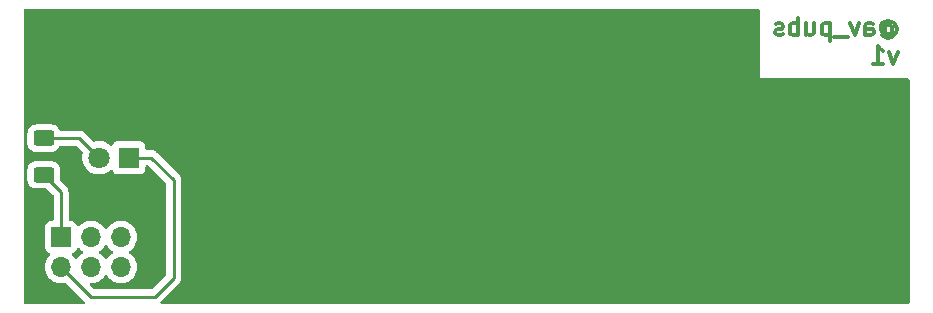
<source format=gbr>
G04 #@! TF.GenerationSoftware,KiCad,Pcbnew,(6.99.0-2452-gdb4f2d9dd8)*
G04 #@! TF.CreationDate,2022-08-02T15:52:04-05:00*
G04 #@! TF.ProjectId,IG,49472e6b-6963-4616-945f-706362585858,rev?*
G04 #@! TF.SameCoordinates,Original*
G04 #@! TF.FileFunction,Copper,L2,Bot*
G04 #@! TF.FilePolarity,Positive*
%FSLAX46Y46*%
G04 Gerber Fmt 4.6, Leading zero omitted, Abs format (unit mm)*
G04 Created by KiCad (PCBNEW (6.99.0-2452-gdb4f2d9dd8)) date 2022-08-02 15:52:04*
%MOMM*%
%LPD*%
G01*
G04 APERTURE LIST*
G04 Aperture macros list*
%AMRoundRect*
0 Rectangle with rounded corners*
0 $1 Rounding radius*
0 $2 $3 $4 $5 $6 $7 $8 $9 X,Y pos of 4 corners*
0 Add a 4 corners polygon primitive as box body*
4,1,4,$2,$3,$4,$5,$6,$7,$8,$9,$2,$3,0*
0 Add four circle primitives for the rounded corners*
1,1,$1+$1,$2,$3*
1,1,$1+$1,$4,$5*
1,1,$1+$1,$6,$7*
1,1,$1+$1,$8,$9*
0 Add four rect primitives between the rounded corners*
20,1,$1+$1,$2,$3,$4,$5,0*
20,1,$1+$1,$4,$5,$6,$7,0*
20,1,$1+$1,$6,$7,$8,$9,0*
20,1,$1+$1,$8,$9,$2,$3,0*%
G04 Aperture macros list end*
%ADD10C,0.300000*%
G04 #@! TA.AperFunction,NonConductor*
%ADD11C,0.300000*%
G04 #@! TD*
G04 #@! TA.AperFunction,ComponentPad*
%ADD12R,1.800000X1.800000*%
G04 #@! TD*
G04 #@! TA.AperFunction,ComponentPad*
%ADD13C,1.800000*%
G04 #@! TD*
G04 #@! TA.AperFunction,ComponentPad*
%ADD14R,1.700000X1.700000*%
G04 #@! TD*
G04 #@! TA.AperFunction,ComponentPad*
%ADD15O,1.700000X1.700000*%
G04 #@! TD*
G04 #@! TA.AperFunction,SMDPad,CuDef*
%ADD16RoundRect,0.250000X-0.625000X0.400000X-0.625000X-0.400000X0.625000X-0.400000X0.625000X0.400000X0*%
G04 #@! TD*
G04 #@! TA.AperFunction,Conductor*
%ADD17C,0.250000*%
G04 #@! TD*
G04 APERTURE END LIST*
D10*
D11*
X172914285Y-51529285D02*
X172985714Y-51457857D01*
X172985714Y-51457857D02*
X173128571Y-51386428D01*
X173128571Y-51386428D02*
X173271428Y-51386428D01*
X173271428Y-51386428D02*
X173414285Y-51457857D01*
X173414285Y-51457857D02*
X173485714Y-51529285D01*
X173485714Y-51529285D02*
X173557142Y-51672142D01*
X173557142Y-51672142D02*
X173557142Y-51815000D01*
X173557142Y-51815000D02*
X173485714Y-51957857D01*
X173485714Y-51957857D02*
X173414285Y-52029285D01*
X173414285Y-52029285D02*
X173271428Y-52100714D01*
X173271428Y-52100714D02*
X173128571Y-52100714D01*
X173128571Y-52100714D02*
X172985714Y-52029285D01*
X172985714Y-52029285D02*
X172914285Y-51957857D01*
X172914285Y-51386428D02*
X172914285Y-51957857D01*
X172914285Y-51957857D02*
X172842857Y-52029285D01*
X172842857Y-52029285D02*
X172771428Y-52029285D01*
X172771428Y-52029285D02*
X172628571Y-51957857D01*
X172628571Y-51957857D02*
X172557142Y-51815000D01*
X172557142Y-51815000D02*
X172557142Y-51457857D01*
X172557142Y-51457857D02*
X172700000Y-51243571D01*
X172700000Y-51243571D02*
X172914285Y-51100714D01*
X172914285Y-51100714D02*
X173200000Y-51029285D01*
X173200000Y-51029285D02*
X173485714Y-51100714D01*
X173485714Y-51100714D02*
X173700000Y-51243571D01*
X173700000Y-51243571D02*
X173842857Y-51457857D01*
X173842857Y-51457857D02*
X173914285Y-51743571D01*
X173914285Y-51743571D02*
X173842857Y-52029285D01*
X173842857Y-52029285D02*
X173700000Y-52243571D01*
X173700000Y-52243571D02*
X173485714Y-52386428D01*
X173485714Y-52386428D02*
X173200000Y-52457857D01*
X173200000Y-52457857D02*
X172914285Y-52386428D01*
X172914285Y-52386428D02*
X172700000Y-52243571D01*
X171271429Y-52243571D02*
X171271429Y-51457857D01*
X171271429Y-51457857D02*
X171342857Y-51315000D01*
X171342857Y-51315000D02*
X171485714Y-51243571D01*
X171485714Y-51243571D02*
X171771429Y-51243571D01*
X171771429Y-51243571D02*
X171914286Y-51315000D01*
X171271429Y-52172142D02*
X171414286Y-52243571D01*
X171414286Y-52243571D02*
X171771429Y-52243571D01*
X171771429Y-52243571D02*
X171914286Y-52172142D01*
X171914286Y-52172142D02*
X171985714Y-52029285D01*
X171985714Y-52029285D02*
X171985714Y-51886428D01*
X171985714Y-51886428D02*
X171914286Y-51743571D01*
X171914286Y-51743571D02*
X171771429Y-51672142D01*
X171771429Y-51672142D02*
X171414286Y-51672142D01*
X171414286Y-51672142D02*
X171271429Y-51600714D01*
X170700000Y-51243571D02*
X170342857Y-52243571D01*
X170342857Y-52243571D02*
X169985714Y-51243571D01*
X169771429Y-52386428D02*
X168628571Y-52386428D01*
X168271429Y-51243571D02*
X168271429Y-52743571D01*
X168271429Y-51315000D02*
X168128572Y-51243571D01*
X168128572Y-51243571D02*
X167842857Y-51243571D01*
X167842857Y-51243571D02*
X167700000Y-51315000D01*
X167700000Y-51315000D02*
X167628572Y-51386428D01*
X167628572Y-51386428D02*
X167557143Y-51529285D01*
X167557143Y-51529285D02*
X167557143Y-51957857D01*
X167557143Y-51957857D02*
X167628572Y-52100714D01*
X167628572Y-52100714D02*
X167700000Y-52172142D01*
X167700000Y-52172142D02*
X167842857Y-52243571D01*
X167842857Y-52243571D02*
X168128572Y-52243571D01*
X168128572Y-52243571D02*
X168271429Y-52172142D01*
X166271429Y-51243571D02*
X166271429Y-52243571D01*
X166914286Y-51243571D02*
X166914286Y-52029285D01*
X166914286Y-52029285D02*
X166842857Y-52172142D01*
X166842857Y-52172142D02*
X166700000Y-52243571D01*
X166700000Y-52243571D02*
X166485714Y-52243571D01*
X166485714Y-52243571D02*
X166342857Y-52172142D01*
X166342857Y-52172142D02*
X166271429Y-52100714D01*
X165557143Y-52243571D02*
X165557143Y-50743571D01*
X165557143Y-51315000D02*
X165414286Y-51243571D01*
X165414286Y-51243571D02*
X165128571Y-51243571D01*
X165128571Y-51243571D02*
X164985714Y-51315000D01*
X164985714Y-51315000D02*
X164914286Y-51386428D01*
X164914286Y-51386428D02*
X164842857Y-51529285D01*
X164842857Y-51529285D02*
X164842857Y-51957857D01*
X164842857Y-51957857D02*
X164914286Y-52100714D01*
X164914286Y-52100714D02*
X164985714Y-52172142D01*
X164985714Y-52172142D02*
X165128571Y-52243571D01*
X165128571Y-52243571D02*
X165414286Y-52243571D01*
X165414286Y-52243571D02*
X165557143Y-52172142D01*
X164271428Y-52172142D02*
X164128571Y-52243571D01*
X164128571Y-52243571D02*
X163842857Y-52243571D01*
X163842857Y-52243571D02*
X163700000Y-52172142D01*
X163700000Y-52172142D02*
X163628571Y-52029285D01*
X163628571Y-52029285D02*
X163628571Y-51957857D01*
X163628571Y-51957857D02*
X163700000Y-51815000D01*
X163700000Y-51815000D02*
X163842857Y-51743571D01*
X163842857Y-51743571D02*
X164057143Y-51743571D01*
X164057143Y-51743571D02*
X164200000Y-51672142D01*
X164200000Y-51672142D02*
X164271428Y-51529285D01*
X164271428Y-51529285D02*
X164271428Y-51457857D01*
X164271428Y-51457857D02*
X164200000Y-51315000D01*
X164200000Y-51315000D02*
X164057143Y-51243571D01*
X164057143Y-51243571D02*
X163842857Y-51243571D01*
X163842857Y-51243571D02*
X163700000Y-51315000D01*
X173985714Y-53673571D02*
X173628571Y-54673571D01*
X173628571Y-54673571D02*
X173271428Y-53673571D01*
X171914285Y-54673571D02*
X172771428Y-54673571D01*
X172342857Y-54673571D02*
X172342857Y-53173571D01*
X172342857Y-53173571D02*
X172485714Y-53387857D01*
X172485714Y-53387857D02*
X172628571Y-53530714D01*
X172628571Y-53530714D02*
X172771428Y-53602142D01*
D12*
X108899999Y-62599999D03*
D13*
X106360000Y-62600000D03*
D14*
X103159999Y-69329999D03*
D15*
X103159999Y-71869999D03*
X105699999Y-69329999D03*
X105699999Y-71869999D03*
X108239999Y-69329999D03*
X108239999Y-71869999D03*
D16*
X101700000Y-60950000D03*
X101700000Y-64050000D03*
D17*
X112700000Y-72800000D02*
X111100000Y-74400000D01*
X111100000Y-74400000D02*
X105690000Y-74400000D01*
X110800000Y-62600000D02*
X112700000Y-64500000D01*
X108900000Y-62600000D02*
X110800000Y-62600000D01*
X112700000Y-64500000D02*
X112700000Y-72800000D01*
X105690000Y-74400000D02*
X103160000Y-71870000D01*
X104710000Y-60950000D02*
X106360000Y-62600000D01*
X101700000Y-60950000D02*
X104710000Y-60950000D01*
X103160000Y-69330000D02*
X103160000Y-65510000D01*
X103160000Y-65510000D02*
X101700000Y-64050000D01*
G04 #@! TA.AperFunction,NonConductor*
G36*
X104683439Y-70241388D02*
G01*
X104715755Y-70266638D01*
X104736526Y-70289201D01*
X104776760Y-70332906D01*
X104954424Y-70471189D01*
X104959005Y-70473668D01*
X104987680Y-70489186D01*
X105038071Y-70539199D01*
X105053423Y-70608516D01*
X105028863Y-70675129D01*
X104987681Y-70710813D01*
X104954424Y-70728811D01*
X104950313Y-70732010D01*
X104950311Y-70732012D01*
X104795861Y-70852227D01*
X104776760Y-70867094D01*
X104773228Y-70870931D01*
X104627806Y-71028899D01*
X104627803Y-71028903D01*
X104624278Y-71032732D01*
X104621427Y-71037096D01*
X104535483Y-71168643D01*
X104481479Y-71214732D01*
X104411132Y-71224307D01*
X104346774Y-71194330D01*
X104324517Y-71168643D01*
X104238573Y-71037096D01*
X104235722Y-71032732D01*
X104232197Y-71028903D01*
X104232194Y-71028899D01*
X104092525Y-70877180D01*
X104061104Y-70813515D01*
X104069091Y-70742969D01*
X104113949Y-70687940D01*
X104141191Y-70673787D01*
X104256204Y-70630889D01*
X104268536Y-70621658D01*
X104366050Y-70548659D01*
X104373261Y-70543261D01*
X104460889Y-70426204D01*
X104504998Y-70307944D01*
X104547545Y-70251108D01*
X104614065Y-70226297D01*
X104683439Y-70241388D01*
G37*
G04 #@! TD.AperFunction*
G04 #@! TA.AperFunction,NonConductor*
G36*
X107053226Y-70005670D02*
G01*
X107075483Y-70031357D01*
X107164278Y-70167268D01*
X107167803Y-70171097D01*
X107167806Y-70171101D01*
X107232511Y-70241388D01*
X107316760Y-70332906D01*
X107494424Y-70471189D01*
X107499005Y-70473668D01*
X107527680Y-70489186D01*
X107578071Y-70539199D01*
X107593423Y-70608516D01*
X107568863Y-70675129D01*
X107527681Y-70710813D01*
X107494424Y-70728811D01*
X107490313Y-70732010D01*
X107490311Y-70732012D01*
X107335861Y-70852227D01*
X107316760Y-70867094D01*
X107313228Y-70870931D01*
X107167806Y-71028899D01*
X107167803Y-71028903D01*
X107164278Y-71032732D01*
X107161427Y-71037096D01*
X107075483Y-71168643D01*
X107021479Y-71214732D01*
X106951132Y-71224307D01*
X106886774Y-71194330D01*
X106864517Y-71168643D01*
X106778573Y-71037096D01*
X106775722Y-71032732D01*
X106772197Y-71028903D01*
X106772194Y-71028899D01*
X106626772Y-70870931D01*
X106623240Y-70867094D01*
X106604139Y-70852227D01*
X106449689Y-70732012D01*
X106449687Y-70732010D01*
X106445576Y-70728811D01*
X106412320Y-70710814D01*
X106361929Y-70660801D01*
X106346577Y-70591484D01*
X106371137Y-70524871D01*
X106412320Y-70489186D01*
X106440995Y-70473668D01*
X106445576Y-70471189D01*
X106623240Y-70332906D01*
X106707489Y-70241388D01*
X106772194Y-70171101D01*
X106772197Y-70171097D01*
X106775722Y-70167268D01*
X106864517Y-70031357D01*
X106918521Y-69985268D01*
X106988868Y-69975693D01*
X107053226Y-70005670D01*
G37*
G04 #@! TD.AperFunction*
G04 #@! TA.AperFunction,NonConductor*
G36*
X162251478Y-50020502D02*
G01*
X162297971Y-50074158D01*
X162309357Y-50126500D01*
X162309357Y-55883500D01*
X174873500Y-55883500D01*
X174941621Y-55903502D01*
X174988114Y-55957158D01*
X174999500Y-56009500D01*
X174999500Y-74873500D01*
X174979498Y-74941621D01*
X174925842Y-74988114D01*
X174873500Y-74999500D01*
X111700594Y-74999500D01*
X111632473Y-74979498D01*
X111585980Y-74925842D01*
X111575876Y-74855568D01*
X111605370Y-74790988D01*
X111611499Y-74784405D01*
X113092247Y-73303657D01*
X113100537Y-73296113D01*
X113107018Y-73292000D01*
X113153659Y-73242332D01*
X113156413Y-73239491D01*
X113176135Y-73219769D01*
X113178619Y-73216567D01*
X113186317Y-73207555D01*
X113211161Y-73181098D01*
X113216586Y-73175321D01*
X113226347Y-73157566D01*
X113237198Y-73141047D01*
X113249614Y-73125041D01*
X113267174Y-73084463D01*
X113272391Y-73073813D01*
X113293695Y-73035060D01*
X113298733Y-73015437D01*
X113305137Y-72996734D01*
X113310033Y-72985420D01*
X113310033Y-72985419D01*
X113313181Y-72978145D01*
X113314420Y-72970322D01*
X113314423Y-72970312D01*
X113320099Y-72934476D01*
X113322505Y-72922856D01*
X113331528Y-72887711D01*
X113331528Y-72887710D01*
X113333500Y-72880030D01*
X113333500Y-72859776D01*
X113335051Y-72840065D01*
X113336980Y-72827886D01*
X113338220Y-72820057D01*
X113334059Y-72776038D01*
X113333500Y-72764181D01*
X113333500Y-64578768D01*
X113334027Y-64567585D01*
X113335702Y-64560092D01*
X113333562Y-64492001D01*
X113333500Y-64488044D01*
X113333500Y-64460144D01*
X113332996Y-64456153D01*
X113332063Y-64444311D01*
X113330923Y-64408036D01*
X113330674Y-64400111D01*
X113328462Y-64392497D01*
X113328461Y-64392492D01*
X113325023Y-64380659D01*
X113321012Y-64361295D01*
X113319467Y-64349064D01*
X113318474Y-64341203D01*
X113315557Y-64333836D01*
X113315556Y-64333831D01*
X113302198Y-64300092D01*
X113298354Y-64288865D01*
X113288230Y-64254022D01*
X113286018Y-64246407D01*
X113275707Y-64228972D01*
X113267012Y-64211224D01*
X113259552Y-64192383D01*
X113233564Y-64156613D01*
X113227048Y-64146693D01*
X113208580Y-64115465D01*
X113208578Y-64115462D01*
X113204542Y-64108638D01*
X113190221Y-64094317D01*
X113177380Y-64079283D01*
X113170131Y-64069306D01*
X113165472Y-64062893D01*
X113131395Y-64034702D01*
X113122616Y-64026712D01*
X111303652Y-62207747D01*
X111296112Y-62199461D01*
X111292000Y-62192982D01*
X111242348Y-62146356D01*
X111239507Y-62143602D01*
X111219770Y-62123865D01*
X111216573Y-62121385D01*
X111207551Y-62113680D01*
X111198180Y-62104880D01*
X111175321Y-62083414D01*
X111168375Y-62079595D01*
X111168372Y-62079593D01*
X111157566Y-62073652D01*
X111141047Y-62062801D01*
X111140583Y-62062441D01*
X111125041Y-62050386D01*
X111117772Y-62047241D01*
X111117768Y-62047238D01*
X111084463Y-62032826D01*
X111073813Y-62027609D01*
X111035060Y-62006305D01*
X111015437Y-62001267D01*
X110996734Y-61994863D01*
X110985420Y-61989967D01*
X110985419Y-61989967D01*
X110978145Y-61986819D01*
X110970322Y-61985580D01*
X110970312Y-61985577D01*
X110934476Y-61979901D01*
X110922856Y-61977495D01*
X110887711Y-61968472D01*
X110887710Y-61968472D01*
X110880030Y-61966500D01*
X110859776Y-61966500D01*
X110840065Y-61964949D01*
X110827886Y-61963020D01*
X110820057Y-61961780D01*
X110812165Y-61962526D01*
X110776039Y-61965941D01*
X110764181Y-61966500D01*
X110434500Y-61966500D01*
X110366379Y-61946498D01*
X110319886Y-61892842D01*
X110308500Y-61840500D01*
X110308500Y-61651362D01*
X110301989Y-61590799D01*
X110250889Y-61453796D01*
X110163261Y-61336739D01*
X110119554Y-61304020D01*
X110053418Y-61254511D01*
X110053416Y-61254510D01*
X110046204Y-61249111D01*
X109909201Y-61198011D01*
X109872295Y-61194043D01*
X109851988Y-61191860D01*
X109851985Y-61191860D01*
X109848638Y-61191500D01*
X107951362Y-61191500D01*
X107948015Y-61191860D01*
X107948012Y-61191860D01*
X107927705Y-61194043D01*
X107890799Y-61198011D01*
X107753796Y-61249111D01*
X107746584Y-61254510D01*
X107746582Y-61254511D01*
X107680446Y-61304020D01*
X107636739Y-61336739D01*
X107549111Y-61453796D01*
X107545963Y-61462237D01*
X107545961Y-61462241D01*
X107525638Y-61516726D01*
X107483091Y-61573561D01*
X107416571Y-61598371D01*
X107347197Y-61583279D01*
X107322248Y-61565395D01*
X107320747Y-61564014D01*
X107317220Y-61560182D01*
X107133017Y-61416810D01*
X106998383Y-61343950D01*
X106932312Y-61308194D01*
X106932309Y-61308193D01*
X106927727Y-61305713D01*
X106706951Y-61229920D01*
X106701817Y-61229063D01*
X106701812Y-61229062D01*
X106481849Y-61192357D01*
X106481846Y-61192357D01*
X106476712Y-61191500D01*
X106243288Y-61191500D01*
X106238154Y-61192357D01*
X106238151Y-61192357D01*
X106018188Y-61229062D01*
X106018183Y-61229063D01*
X106013049Y-61229920D01*
X105992731Y-61236895D01*
X105921808Y-61240097D01*
X105862723Y-61206818D01*
X105213652Y-60557747D01*
X105206112Y-60549461D01*
X105202000Y-60542982D01*
X105152348Y-60496356D01*
X105149507Y-60493602D01*
X105129770Y-60473865D01*
X105126573Y-60471385D01*
X105117551Y-60463680D01*
X105091100Y-60438841D01*
X105085321Y-60433414D01*
X105078375Y-60429595D01*
X105078372Y-60429593D01*
X105067566Y-60423652D01*
X105051047Y-60412801D01*
X105050583Y-60412441D01*
X105035041Y-60400386D01*
X105027772Y-60397241D01*
X105027768Y-60397238D01*
X104994463Y-60382826D01*
X104983813Y-60377609D01*
X104945060Y-60356305D01*
X104925437Y-60351267D01*
X104906734Y-60344863D01*
X104895420Y-60339967D01*
X104895419Y-60339967D01*
X104888145Y-60336819D01*
X104880322Y-60335580D01*
X104880312Y-60335577D01*
X104844476Y-60329901D01*
X104832856Y-60327495D01*
X104797711Y-60318472D01*
X104797710Y-60318472D01*
X104790030Y-60316500D01*
X104769776Y-60316500D01*
X104750065Y-60314949D01*
X104737886Y-60313020D01*
X104730057Y-60311780D01*
X104722165Y-60312526D01*
X104686039Y-60315941D01*
X104674181Y-60316500D01*
X103137671Y-60316500D01*
X103069550Y-60296498D01*
X103023057Y-60242842D01*
X103021012Y-60237635D01*
X103019422Y-60234225D01*
X103017115Y-60227262D01*
X102924030Y-60076348D01*
X102798652Y-59950970D01*
X102647738Y-59857885D01*
X102584193Y-59836829D01*
X102485952Y-59804275D01*
X102485948Y-59804274D01*
X102479426Y-59802113D01*
X102472592Y-59801415D01*
X102472588Y-59801414D01*
X102378729Y-59791825D01*
X102378723Y-59791825D01*
X102375545Y-59791500D01*
X101700106Y-59791500D01*
X101024456Y-59791501D01*
X101021279Y-59791826D01*
X101021270Y-59791826D01*
X100972533Y-59796805D01*
X100920574Y-59802113D01*
X100752262Y-59857885D01*
X100601348Y-59950970D01*
X100475970Y-60076348D01*
X100382885Y-60227262D01*
X100361829Y-60290807D01*
X100332119Y-60380467D01*
X100327113Y-60395574D01*
X100326415Y-60402408D01*
X100326414Y-60402412D01*
X100316825Y-60496271D01*
X100316500Y-60499455D01*
X100316501Y-61400544D01*
X100316826Y-61403721D01*
X100316826Y-61403730D01*
X100321204Y-61446582D01*
X100327113Y-61504426D01*
X100382885Y-61672738D01*
X100475970Y-61823652D01*
X100601348Y-61949030D01*
X100607595Y-61952883D01*
X100607596Y-61952884D01*
X100628765Y-61965941D01*
X100752262Y-62042115D01*
X100814689Y-62062801D01*
X100914048Y-62095725D01*
X100914052Y-62095726D01*
X100920574Y-62097887D01*
X100927408Y-62098585D01*
X100927412Y-62098586D01*
X101021271Y-62108175D01*
X101021277Y-62108175D01*
X101024455Y-62108500D01*
X101699894Y-62108500D01*
X102375544Y-62108499D01*
X102378721Y-62108174D01*
X102378730Y-62108174D01*
X102427467Y-62103195D01*
X102479426Y-62097887D01*
X102647738Y-62042115D01*
X102771235Y-61965941D01*
X102792404Y-61952884D01*
X102792405Y-61952883D01*
X102798652Y-61949030D01*
X102924030Y-61823652D01*
X103017115Y-61672738D01*
X103019423Y-61665774D01*
X103022525Y-61659121D01*
X103024779Y-61660172D01*
X103058480Y-61611496D01*
X103124036Y-61584240D01*
X103137671Y-61583500D01*
X104395406Y-61583500D01*
X104463527Y-61603502D01*
X104484501Y-61620405D01*
X104968976Y-62104880D01*
X105003002Y-62167192D01*
X105002026Y-62224906D01*
X104965949Y-62367374D01*
X104946673Y-62600000D01*
X104965949Y-62832626D01*
X104967230Y-62837684D01*
X104967230Y-62837685D01*
X104997085Y-62955578D01*
X105023251Y-63058907D01*
X105025343Y-63063677D01*
X105025344Y-63063679D01*
X105114921Y-63267893D01*
X105117016Y-63272669D01*
X105119866Y-63277031D01*
X105119868Y-63277035D01*
X105152683Y-63327262D01*
X105244686Y-63468083D01*
X105248211Y-63471912D01*
X105248214Y-63471916D01*
X105269993Y-63495574D01*
X105402780Y-63639818D01*
X105406891Y-63643018D01*
X105406898Y-63643024D01*
X105548732Y-63753418D01*
X105586983Y-63783190D01*
X105591564Y-63785669D01*
X105734942Y-63863261D01*
X105792273Y-63894287D01*
X106013049Y-63970080D01*
X106018183Y-63970937D01*
X106018188Y-63970938D01*
X106238151Y-64007643D01*
X106238154Y-64007643D01*
X106243288Y-64008500D01*
X106476712Y-64008500D01*
X106481846Y-64007643D01*
X106481849Y-64007643D01*
X106701812Y-63970938D01*
X106701817Y-63970937D01*
X106706951Y-63970080D01*
X106927727Y-63894287D01*
X106985059Y-63863261D01*
X107128436Y-63785669D01*
X107133017Y-63783190D01*
X107317220Y-63639818D01*
X107320747Y-63635986D01*
X107322248Y-63634605D01*
X107385914Y-63603185D01*
X107456459Y-63611174D01*
X107511487Y-63656034D01*
X107525638Y-63683274D01*
X107545961Y-63737759D01*
X107549111Y-63746204D01*
X107636739Y-63863261D01*
X107753796Y-63950889D01*
X107890799Y-64001989D01*
X107927705Y-64005957D01*
X107948012Y-64008140D01*
X107948015Y-64008140D01*
X107951362Y-64008500D01*
X109848638Y-64008500D01*
X109851985Y-64008140D01*
X109851988Y-64008140D01*
X109872295Y-64005957D01*
X109909201Y-64001989D01*
X110046204Y-63950889D01*
X110163261Y-63863261D01*
X110250889Y-63746204D01*
X110301989Y-63609201D01*
X110308500Y-63548638D01*
X110308500Y-63359500D01*
X110328502Y-63291379D01*
X110382158Y-63244886D01*
X110434500Y-63233500D01*
X110485406Y-63233500D01*
X110553527Y-63253502D01*
X110574501Y-63270405D01*
X112029595Y-64725500D01*
X112063621Y-64787812D01*
X112066500Y-64814595D01*
X112066500Y-72485406D01*
X112046498Y-72553527D01*
X112029595Y-72574501D01*
X110874500Y-73729595D01*
X110812188Y-73763621D01*
X110785405Y-73766500D01*
X106004595Y-73766500D01*
X105936474Y-73746498D01*
X105915500Y-73729595D01*
X105629500Y-73443595D01*
X105595474Y-73381283D01*
X105600539Y-73310468D01*
X105643086Y-73253632D01*
X105709606Y-73228821D01*
X105718595Y-73228500D01*
X105812569Y-73228500D01*
X105817704Y-73227643D01*
X105817706Y-73227643D01*
X106029496Y-73192302D01*
X106029501Y-73192301D01*
X106034635Y-73191444D01*
X106247574Y-73118342D01*
X106445576Y-73011189D01*
X106488031Y-72978145D01*
X106619121Y-72876112D01*
X106623240Y-72872906D01*
X106712413Y-72776039D01*
X106772194Y-72711101D01*
X106772197Y-72711097D01*
X106775722Y-72707268D01*
X106864517Y-72571357D01*
X106918521Y-72525268D01*
X106988868Y-72515693D01*
X107053226Y-72545670D01*
X107075483Y-72571357D01*
X107164278Y-72707268D01*
X107167803Y-72711097D01*
X107167806Y-72711101D01*
X107227587Y-72776039D01*
X107316760Y-72872906D01*
X107320879Y-72876112D01*
X107451970Y-72978145D01*
X107494424Y-73011189D01*
X107692426Y-73118342D01*
X107905365Y-73191444D01*
X107910499Y-73192301D01*
X107910504Y-73192302D01*
X108122294Y-73227643D01*
X108122296Y-73227643D01*
X108127431Y-73228500D01*
X108352569Y-73228500D01*
X108357704Y-73227643D01*
X108357706Y-73227643D01*
X108569496Y-73192302D01*
X108569501Y-73192301D01*
X108574635Y-73191444D01*
X108787574Y-73118342D01*
X108985576Y-73011189D01*
X109028031Y-72978145D01*
X109159121Y-72876112D01*
X109163240Y-72872906D01*
X109252413Y-72776039D01*
X109312194Y-72711101D01*
X109312197Y-72711097D01*
X109315722Y-72707268D01*
X109426574Y-72537596D01*
X109436008Y-72523157D01*
X109436010Y-72523153D01*
X109438860Y-72518791D01*
X109529296Y-72312616D01*
X109584564Y-72094368D01*
X109603156Y-71870000D01*
X109584564Y-71645632D01*
X109529296Y-71427384D01*
X109438860Y-71221209D01*
X109434629Y-71214732D01*
X109318573Y-71037096D01*
X109315722Y-71032732D01*
X109312197Y-71028903D01*
X109312194Y-71028899D01*
X109166772Y-70870931D01*
X109163240Y-70867094D01*
X109144139Y-70852227D01*
X108989689Y-70732012D01*
X108989687Y-70732010D01*
X108985576Y-70728811D01*
X108952320Y-70710814D01*
X108901929Y-70660801D01*
X108886577Y-70591484D01*
X108911137Y-70524871D01*
X108952320Y-70489186D01*
X108980995Y-70473668D01*
X108985576Y-70471189D01*
X109163240Y-70332906D01*
X109247489Y-70241388D01*
X109312194Y-70171101D01*
X109312197Y-70171097D01*
X109315722Y-70167268D01*
X109421299Y-70005670D01*
X109436008Y-69983157D01*
X109436010Y-69983153D01*
X109438860Y-69978791D01*
X109529296Y-69772616D01*
X109584564Y-69554368D01*
X109603156Y-69330000D01*
X109584564Y-69105632D01*
X109529296Y-68887384D01*
X109438860Y-68681209D01*
X109434629Y-68674732D01*
X109318573Y-68497096D01*
X109315722Y-68492732D01*
X109312197Y-68488903D01*
X109312194Y-68488899D01*
X109166772Y-68330931D01*
X109163240Y-68327094D01*
X108985576Y-68188811D01*
X108787574Y-68081658D01*
X108574635Y-68008556D01*
X108569501Y-68007699D01*
X108569496Y-68007698D01*
X108357706Y-67972357D01*
X108357704Y-67972357D01*
X108352569Y-67971500D01*
X108127431Y-67971500D01*
X108122296Y-67972357D01*
X108122294Y-67972357D01*
X107910504Y-68007698D01*
X107910499Y-68007699D01*
X107905365Y-68008556D01*
X107692426Y-68081658D01*
X107494424Y-68188811D01*
X107316760Y-68327094D01*
X107313228Y-68330931D01*
X107167806Y-68488899D01*
X107167803Y-68488903D01*
X107164278Y-68492732D01*
X107161427Y-68497096D01*
X107075483Y-68628643D01*
X107021479Y-68674732D01*
X106951132Y-68684307D01*
X106886774Y-68654330D01*
X106864517Y-68628643D01*
X106778573Y-68497096D01*
X106775722Y-68492732D01*
X106772197Y-68488903D01*
X106772194Y-68488899D01*
X106626772Y-68330931D01*
X106623240Y-68327094D01*
X106445576Y-68188811D01*
X106247574Y-68081658D01*
X106034635Y-68008556D01*
X106029501Y-68007699D01*
X106029496Y-68007698D01*
X105817706Y-67972357D01*
X105817704Y-67972357D01*
X105812569Y-67971500D01*
X105587431Y-67971500D01*
X105582296Y-67972357D01*
X105582294Y-67972357D01*
X105370504Y-68007698D01*
X105370499Y-68007699D01*
X105365365Y-68008556D01*
X105152426Y-68081658D01*
X104954424Y-68188811D01*
X104776760Y-68327094D01*
X104773228Y-68330931D01*
X104715755Y-68393362D01*
X104654901Y-68429933D01*
X104583937Y-68427798D01*
X104525392Y-68387636D01*
X104504998Y-68352056D01*
X104464038Y-68242239D01*
X104464037Y-68242237D01*
X104460889Y-68233796D01*
X104373261Y-68116739D01*
X104256204Y-68029111D01*
X104119201Y-67978011D01*
X104082295Y-67974043D01*
X104061988Y-67971860D01*
X104061985Y-67971860D01*
X104058638Y-67971500D01*
X103919500Y-67971500D01*
X103851379Y-67951498D01*
X103804886Y-67897842D01*
X103793500Y-67845500D01*
X103793500Y-65588767D01*
X103794027Y-65577584D01*
X103795702Y-65570091D01*
X103793562Y-65502000D01*
X103793500Y-65498043D01*
X103793500Y-65470144D01*
X103792996Y-65466153D01*
X103792063Y-65454311D01*
X103790923Y-65418036D01*
X103790674Y-65410111D01*
X103788462Y-65402497D01*
X103788461Y-65402492D01*
X103785023Y-65390659D01*
X103781012Y-65371295D01*
X103779467Y-65359064D01*
X103778474Y-65351203D01*
X103775557Y-65343836D01*
X103775556Y-65343831D01*
X103762198Y-65310092D01*
X103758354Y-65298865D01*
X103748230Y-65264022D01*
X103746018Y-65256407D01*
X103735707Y-65238972D01*
X103727012Y-65221224D01*
X103719552Y-65202383D01*
X103693564Y-65166613D01*
X103687048Y-65156693D01*
X103668580Y-65125465D01*
X103668578Y-65125462D01*
X103664542Y-65118638D01*
X103650221Y-65104317D01*
X103637380Y-65089283D01*
X103630131Y-65079306D01*
X103625472Y-65072893D01*
X103619368Y-65067843D01*
X103619363Y-65067838D01*
X103591402Y-65044707D01*
X103582621Y-65036717D01*
X103120404Y-64574499D01*
X103086379Y-64512187D01*
X103083500Y-64485404D01*
X103083499Y-63602662D01*
X103083499Y-63599456D01*
X103072887Y-63495574D01*
X103017115Y-63327262D01*
X102924030Y-63176348D01*
X102798652Y-63050970D01*
X102647738Y-62957885D01*
X102584193Y-62936829D01*
X102485952Y-62904275D01*
X102485948Y-62904274D01*
X102479426Y-62902113D01*
X102472592Y-62901415D01*
X102472588Y-62901414D01*
X102378729Y-62891825D01*
X102378723Y-62891825D01*
X102375545Y-62891500D01*
X101700106Y-62891500D01*
X101024456Y-62891501D01*
X101021279Y-62891826D01*
X101021270Y-62891826D01*
X100972533Y-62896805D01*
X100920574Y-62902113D01*
X100752262Y-62957885D01*
X100601348Y-63050970D01*
X100475970Y-63176348D01*
X100382885Y-63327262D01*
X100327113Y-63495574D01*
X100326415Y-63502408D01*
X100326414Y-63502412D01*
X100321349Y-63551988D01*
X100316500Y-63599455D01*
X100316501Y-64500544D01*
X100327113Y-64604426D01*
X100382885Y-64772738D01*
X100475970Y-64923652D01*
X100601348Y-65049030D01*
X100752262Y-65142115D01*
X100811693Y-65161808D01*
X100914048Y-65195725D01*
X100914052Y-65195726D01*
X100920574Y-65197887D01*
X100927408Y-65198585D01*
X100927412Y-65198586D01*
X101021271Y-65208175D01*
X101021277Y-65208175D01*
X101024455Y-65208500D01*
X101078732Y-65208500D01*
X101910404Y-65208499D01*
X101978525Y-65228501D01*
X101999500Y-65245404D01*
X102489596Y-65735501D01*
X102523621Y-65797813D01*
X102526500Y-65824596D01*
X102526500Y-67845500D01*
X102506498Y-67913621D01*
X102452842Y-67960114D01*
X102400500Y-67971500D01*
X102261362Y-67971500D01*
X102258015Y-67971860D01*
X102258012Y-67971860D01*
X102237705Y-67974043D01*
X102200799Y-67978011D01*
X102063796Y-68029111D01*
X101946739Y-68116739D01*
X101859111Y-68233796D01*
X101808011Y-68370799D01*
X101801500Y-68431362D01*
X101801500Y-70228638D01*
X101808011Y-70289201D01*
X101859111Y-70426204D01*
X101946739Y-70543261D01*
X101953950Y-70548659D01*
X102051465Y-70621658D01*
X102063796Y-70630889D01*
X102178808Y-70673787D01*
X102235642Y-70716333D01*
X102260453Y-70782853D01*
X102245361Y-70852227D01*
X102227475Y-70877180D01*
X102087806Y-71028899D01*
X102087803Y-71028903D01*
X102084278Y-71032732D01*
X102081427Y-71037096D01*
X101965372Y-71214732D01*
X101961140Y-71221209D01*
X101870704Y-71427384D01*
X101815436Y-71645632D01*
X101796844Y-71870000D01*
X101815436Y-72094368D01*
X101870704Y-72312616D01*
X101961140Y-72518791D01*
X101963990Y-72523153D01*
X101963992Y-72523157D01*
X101973426Y-72537596D01*
X102084278Y-72707268D01*
X102087803Y-72711097D01*
X102087806Y-72711101D01*
X102147587Y-72776039D01*
X102236760Y-72872906D01*
X102240879Y-72876112D01*
X102371970Y-72978145D01*
X102414424Y-73011189D01*
X102612426Y-73118342D01*
X102825365Y-73191444D01*
X102830499Y-73192301D01*
X102830504Y-73192302D01*
X103042294Y-73227643D01*
X103042296Y-73227643D01*
X103047431Y-73228500D01*
X103272569Y-73228500D01*
X103277704Y-73227643D01*
X103277706Y-73227643D01*
X103489501Y-73192301D01*
X103489504Y-73192300D01*
X103494635Y-73191444D01*
X103497924Y-73190315D01*
X103568364Y-73192965D01*
X103617442Y-73223346D01*
X105178501Y-74784405D01*
X105212527Y-74846717D01*
X105207462Y-74917532D01*
X105164915Y-74974368D01*
X105098395Y-74999179D01*
X105089406Y-74999500D01*
X100126500Y-74999500D01*
X100058379Y-74979498D01*
X100011886Y-74925842D01*
X100000500Y-74873500D01*
X100000500Y-50126500D01*
X100020502Y-50058379D01*
X100074158Y-50011886D01*
X100126500Y-50000500D01*
X162183357Y-50000500D01*
X162251478Y-50020502D01*
G37*
G04 #@! TD.AperFunction*
M02*

</source>
